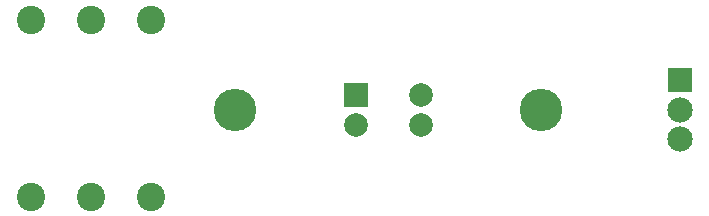
<source format=gbr>
G04 #@! TF.FileFunction,Soldermask,Bot*
%FSLAX46Y46*%
G04 Gerber Fmt 4.6, Leading zero omitted, Abs format (unit mm)*
G04 Created by KiCad (PCBNEW 4.0.2+e4-6225~38~ubuntu15.04.1-stable) date di 02 aug 2016 05:30:13 CEST*
%MOMM*%
G01*
G04 APERTURE LIST*
%ADD10C,0.100000*%
%ADD11C,2.398980*%
%ADD12R,2.000000X2.000000*%
%ADD13C,2.000000*%
%ADD14C,3.600000*%
%ADD15R,2.150000X2.150000*%
%ADD16C,2.150000*%
G04 APERTURE END LIST*
D10*
D11*
X125984000Y-105156000D03*
X125984000Y-90156000D03*
X120904000Y-105156000D03*
X120904000Y-90156000D03*
X131064000Y-105156000D03*
X131064000Y-90156000D03*
D12*
X148380000Y-96520000D03*
D13*
X148380000Y-99060000D03*
X153880000Y-99060000D03*
X153880000Y-96520000D03*
D14*
X138176000Y-97790000D03*
X164084000Y-97790000D03*
D15*
X175818800Y-95275400D03*
D16*
X175818800Y-97775400D03*
X175818800Y-100275400D03*
M02*

</source>
